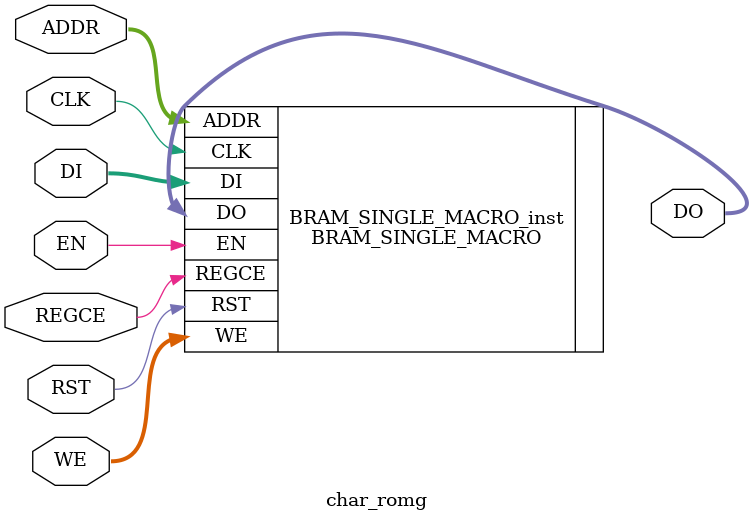
<source format=v>
`timescale 1ns / 1ps


module char_romg(
   output [15:0] DO,     // Output data, width defined by READ_WIDTH parameter
   input [10:0] ADDR,   // Input address, width defined by read/write port depth
   input CLK,           // 1-bit input clock
   input [15:0] DI,      // Input data port, width defined by WRITE_WIDTH parameter
   input EN,            // 1-bit input RAM enable
   input REGCE,         // 1-bit input output register enable
   input RST,           // 1-bit input reset
   input [1:0] WE             // Input write enable, width defined by write port depth
   );
    
// BRAM_SINGLE_MACRO: Single Port RAM
//                    Artix-7
// Xilinx HDL Language Template, version 2016.2

/////////////////////////////////////////////////////////////////////
//  READ_WIDTH | BRAM_SIZE | READ Depth  | ADDR Width |            //
// WRITE_WIDTH |           | WRITE Depth |            |  WE Width  //
// ============|===========|=============|============|============//
//    37-72    |  "36Kb"   |      512    |    9-bit   |    8-bit   //
//    19-36    |  "36Kb"   |     1024    |   10-bit   |    4-bit   //
//    19-36    |  "18Kb"   |      512    |    9-bit   |    4-bit   //
//    10-18    |  "36Kb"   |     2048    |   11-bit   |    2-bit   //
//    10-18    |  "18Kb"   |     1024    |   10-bit   |    2-bit   //
//     5-9     |  "36Kb"   |     4096    |   12-bit   |    1-bit   //
//     5-9     |  "18Kb"   |     2048    |   11-bit   |    1-bit   //
//     3-4     |  "36Kb"   |     8192    |   13-bit   |    1-bit   //
//     3-4     |  "18Kb"   |     4096    |   12-bit   |    1-bit   //
//       2     |  "36Kb"   |    16384    |   14-bit   |    1-bit   //
//       2     |  "18Kb"   |     8192    |   13-bit   |    1-bit   //
//       1     |  "36Kb"   |    32768    |   15-bit   |    1-bit   //
//       1     |  "18Kb"   |    16384    |   14-bit   |    1-bit   //
/////////////////////////////////////////////////////////////////////

BRAM_SINGLE_MACRO #(
   .BRAM_SIZE("36Kb"), // Target BRAM, "18Kb" or "36Kb" 
   .DEVICE("7SERIES"), // Target Device: "7SERIES" 
   .DO_REG(0), // Optional output register (0 or 1)
   .INIT(9'h000000000), // Initial values on output port
   .INIT_FILE ("NONE"),
   .WRITE_WIDTH(16), // Valid values are 1-72 (37-72 only valid when BRAM_SIZE="36Kb")
   .READ_WIDTH(16),  // Valid values are 1-72 (37-72 only valid when BRAM_SIZE="36Kb")
   .SRVAL(9'h0), // Set/Reset value for port output
   .WRITE_MODE("WRITE_FIRST"), // "WRITE_FIRST", "READ_FIRST", or "NO_CHANGE" 
   .INIT_00(256'h0000000000000000000000000000000000000000000000000000000000000000),
   .INIT_01(256'h0000000000000000000000000000000000000000000000000000000000000000),
   .INIT_02(256'h0000000000000000000000000000000000000000000000000000000000000000),
   .INIT_03(256'h0000000000000000000000000000000000000000000000000000000000000000),
   .INIT_04(256'h0000000000000000000000000000000000000000000000000000000000000000),
   .INIT_05(256'h0000000000000000000000000000000000000000000000000000000000000000),
   .INIT_06(256'h0000000000000000000000000000000000000000000000000000000000000000),
   .INIT_07(256'h0000000000000000000000000000000000000000000000000000000000000000),
   .INIT_08(256'h0000000000000000000000000000000000000000000000000000000000000000),
   .INIT_09(256'h0000000000000000000000000000000000000000000000000000000000000000),
   .INIT_0A(256'h0000000000000000000000000000000000000000000000000000000000000000),
   .INIT_0B(256'h0000000000000000000000000000000000000000000000000000000000000000),
   .INIT_0C(256'h0000000000000000000000000000000000000000000000000000000000000000),
   .INIT_0D(256'h0000000000000000000000000000000000000000000000000000000000000000),
   .INIT_0E(256'h0000000000000000000000000000000000000000000000000000000000000000),
   .INIT_0F(256'h0000000000000000000000000000000000000000000000000000000000000000),
   .INIT_10(256'h0000000000000000000000000000000000000000000000000000000000000000),
   .INIT_11(256'h0000000000000000000000000000000000000000000000000000000000000000),
   .INIT_12(256'h0000000000000000000000000000000000000000000000000000000000000000),
   .INIT_13(256'h0000000000000000000000000000000000000000000000000000000000000000),
   .INIT_14(256'h0000000000000000000000000000000000000000000000000000000000000000),
   .INIT_15(256'h0000000000000000000000000000000000000000000000000000000000000000),
   .INIT_16(256'h0000000000000000000000000000000000000000000000000000000000000000),
   .INIT_17(256'h0000000000000000000000000000000000000000000000000000000000000000),
   .INIT_18(256'h0000000000000000000000000000000000000000000000000000000000000000),
   .INIT_19(256'h0000000000000000000000000000000000000000000000000000000000000000),
   .INIT_1A(256'h0000000000000000000000000000000000000000000000000000000000000000),
   .INIT_1B(256'h0000000000000000000000000000000000000000000000000000000000000000),
   .INIT_1C(256'h0000000000000000000000000000000000000000000000000000000000000000),
   .INIT_1D(256'h0000000000000000000000000000000000000000000000000000000000000000),
   .INIT_1E(256'h0000000000000000000000000000000000000000000000000000000000000000),
   .INIT_1F(256'h0000000000000000000000000000000000000000000000000000000000000000),
   .INIT_20(256'h0000000000000000000000000000000000000000000000000000000000000000),
   .INIT_21(256'h0000000003000300030003000300030003000300030000000300030000000000),
   .INIT_22(256'h0000000006600660066006600000000000000000000000000000000000000000),
   .INIT_23(256'h000000000360036006C03FF03FF006C00D803FF03FF00D801B001B0000000000),
   .INIT_24(256'h00000100038007C00D600D000F00078003C001E00D600D6007C0038001000000),
   .INIT_25(256'h000000003C1866306630666066C03CC0019E01B30333033306330C1E00000000),
   .INIT_26(256'h0000000007C00FE00C600C6007C007800D9019D818F018780FFC078800000000),
   .INIT_27(256'h0000000001800180018001800000000000000000000000000000000000000000),
   .INIT_28(256'h0000018003000300060006000600060006000600060003000300018000000000),
   .INIT_29(256'h0000060003000300018001800180018001800180018003000300060000000000),
   .INIT_2A(256'h00000000000000000380038033983FF807C007C00EE01C700440000000000000),
   .INIT_2B(256'h0000000000000000000000C000C000C007F807F800C000C000C0000000000000),
   .INIT_2C(256'h0000000000000000000000000000000000000000030003000100010002000000),
   .INIT_2D(256'h0000000000000000000000000000000003E003E0000000000000000000000000),
   .INIT_2E(256'h0000000000000000000000000000000000000000000003000300000000000000),
   .INIT_2F(256'h000000000060006000C000C000C000C001800180018001800300030000000000),
   .INIT_30(256'h0000000003C007E00E700C300C300C300C300C300C300E7007E003C000000000),
   .INIT_31(256'h000000000180038007800D800980018001800180018001800180018000000000),
   .INIT_32(256'h0000000003C007E00E300C300030006000E001C0038006000FF00FF000000000),
   .INIT_33(256'h0000000003E007F00E30003001E001E0007000300C300E7007E003C000000000),
   .INIT_34(256'h00000000006000E000E001E00360036006600C600FF00FF00060006000000000),
   .INIT_35(256'h0000000007E007E006000C000FC00FE00C7000300C300E7007E003C000000000),
   .INIT_36(256'h0000000003E007F006300C000DC00FE00E700C300C30063007E003C000000000),
   .INIT_37(256'h000000000FF00FF0006000C000C0018001800180038003000300030000000000),
   .INIT_38(256'h0000000003C007E00C300C300C3007E007E00C300C300C3007E003C000000000),
   .INIT_39(256'h0000000003C007E00C600C300C300E7007F003B000300C600FE007C000000000),
   .INIT_3A(256'h0000000000000180018000000000000000000000018001800000000000000000),
   .INIT_3B(256'h0000000000000180018000000000000000000000018001800080008001000000),
   .INIT_3C(256'h0000000000000000002000E003C00F001C000F0003C000E00020000000000000),
   .INIT_3D(256'h00000000000000001FF01FF0000000001FF01FF0000000000000000000000000),
   .INIT_3E(256'h000000000000000008000E00078001E0007001E007800E000800000000000000),
   .INIT_3F(256'h0000000003C007E00E300C30007000E001C00180018000000180018000000000),
   .INIT_40(256'h000007C00C30137817E82CC82CC82CC82FD026E01008081007E0000000000000),
   .INIT_41(256'h000000000380038006C006C006C00C600C600FE01FF018301830301800000000),
   .INIT_42(256'h000000001FE01FF01830183018301FE01FF01818181818181FF01FE000000000),
   .INIT_43(256'h0000000003E00FF00C381C1018001800180018001C100C380FF003E000000000),
   .INIT_44(256'h000000001FC01FF0183018181818181818181818181818301FF01FC000000000),
   .INIT_45(256'h000000000FF80FF80C000C000C000FF80FF80C000C000C000FF80FF800000000),
   .INIT_46(256'h000000000FF00FF00C000C000C000FE00FE00C000C000C000C000C0000000000),
   .INIT_47(256'h0000000007E01FF0183838103000300030F830F8381818381FF807E000000000),
   .INIT_48(256'h00000000181818181818181818181FF81FF81818181818181818181800000000),
   .INIT_49(256'h0000000001800180018001800180018001800180018001800180018000000000),
   .INIT_4A(256'h00000000003000300030003000300030003000300C300E7007E003C000000000),
   .INIT_4B(256'h0000000018181830186018C019801BC01EC01C60187018301818181800000000),
   .INIT_4C(256'h000000000C000C000C000C000C000C000C000C000C000C000FF00FF000000000),
   .INIT_4D(256'h00000000383838383C783C78345836D836D836D8339833983398311800000000),
   .INIT_4E(256'h0000000018181C181E181E181B181998199818D8187818781838181800000000),
   .INIT_4F(256'h0000000007C01FF0183030183018301830183018301818301FF007C000000000),
   .INIT_50(256'h000000000FE00FF00C380C180C380FF00FE00C000C000C000C000C0000000000),
   .INIT_51(256'h0000000007C01FF018303018301830183018301831B818F01FF007B000180000),
   .INIT_52(256'h000000001FE01FF01838181818381FF01FC018E0187018301838181C00000000),
   .INIT_53(256'h0000000003E007F00E380C180F0007E001F000380C180E3807F003E000000000),
   .INIT_54(256'h000000001FF81FF8018001800180018001800180018001800180018000000000),
   .INIT_55(256'h000000001818181818181818181818181818181818181C380FF007E000000000),
   .INIT_56(256'h0000000030181830183018300C600C600EE006C006C003800380038000000000),
   .INIT_57(256'h0000000031C631C631C61B6C1B6C1B6C1B6C1B6C0E380E380E380E3800000000),
   .INIT_58(256'h0000000018301C700C6006C007C00380038007C006C00C601C70183000000000),
   .INIT_59(256'h0000000018181C380C300660066003C001800180018001800180018000000000),
   .INIT_5A(256'h0000000007F807F80030006000E000C001800380030006000FF80FF800000000),
   .INIT_5B(256'h000003C003C0030003000300030003000300030003000300030003C003C00000),
   .INIT_5C(256'h0000000003000300018001800180018000C000C000C000C00060006000000000),
   .INIT_5D(256'h000003C003C000C000C000C000C000C000C000C000C000C000C003C003C00000),
   .INIT_5E(256'h0000018003C003C00660066006600C3000000000000000000000000000000000),
   .INIT_5F(256'h0000000000000000000000000000000000000000000000000000FFFFFFFF0000),
   .INIT_60(256'h00000000018000C0000000000000000000000000000000000000000000000000),
   .INIT_61(256'h000000000000000007C00FE00C6001E007E00E600C600FE007B0000000000000),
   .INIT_62(256'h00000C000C000C000DC00FE00E700C300C300C300E700FE00DC0000000000000),
   .INIT_63(256'h000000000000000003C007E00E600C000C000C000E6007E003C0000000000000),
   .INIT_64(256'h000000300030003003B007F00E700C300C300C300E7007F003B0000000000000),
   .INIT_65(256'h0000000000000000038007C00C600FE00FE00C000E6007C00380000000000000),
   .INIT_66(256'h000003C007C006000F800F800600060006000600060006000600000000000000),
   .INIT_67(256'h00000000000007600FE01CE01860186018601CE00FE0076018601FE00FC00000),
   .INIT_68(256'h00000C000C000C000DE00FF00E300C300C300C300C300C300C30000000000000),
   .INIT_69(256'h0000000001800180000001800180018001800180018001800180000000000000),
   .INIT_6A(256'h0000000001800180000001800180018001800180018001800180018007800700),
   .INIT_6B(256'h00000C000C000C000C600CC00D800F800FC00EC00CC00C600C60000000000000),
   .INIT_6C(256'h0000018001800180018001800180018001800180018001800180000000000000),
   .INIT_6D(256'h000000000000000037383FFC39CC318C318C318C318C318C318C000000000000),
   .INIT_6E(256'h00000000000000000DE00FF00E300C300C300C300C300C300C30000000000000),
   .INIT_6F(256'h000000000000000003C007E00E700C300C300C300E7007E003C0000000000000),
   .INIT_70(256'h00000000000000000DC00FE00E700C300C300C300E700FE00DC00C000C000C00),
   .INIT_71(256'h000000000000000003B007F00E700C300C300C300E7007F003B0003000300030),
   .INIT_72(256'h0000000000000000037003F00380030003000300030003000300000000000000),
   .INIT_73(256'h000000000000000007C00FE00C600F0007C000E00C600FE007C0000000000000),
   .INIT_74(256'h000001000300030007C007C00300030003000300030003C001C0000000000000),
   .INIT_75(256'h00000000000000000C300C300C300C300C300C300C700FF007B0000000000000),
   .INIT_76(256'h000000000000000006300630063003600360036001C001C001C0000000000000),
   .INIT_77(256'h000000000000000031C631C619CC1B6C1B6C1B6C0E380E380E38000000000000),
   .INIT_78(256'h000000000000000006300770036001C001C001C0036007700630000000000000),
   .INIT_79(256'h00000000000000000C180C18063006300360036003E001C001C0018007800700),
   .INIT_7A(256'h000000000000000003F803F80030007000E001C0018003F803F8000000000000),
   .INIT_7B(256'h01C003C003000300030003000E000E000300030003000300030003C001C00000),
   .INIT_7C(256'h0180018001800180018001800180018001800180018001800180018001800180),
   .INIT_7D(256'h038003C000C000C000C000C00070007000C000C000C000C000C003C003800000),
   .INIT_7E(256'h0000000007880FF808F000000000000000000000000000000000000000000000),
   .INIT_7F(256'h0000000000000000000000000000000000000000000000000000000000000000),
   
   // The next set of INITP_xx are for the parity bits
   .INITP_00(256'h0000000000000000000000000000000000000000000000000000000000000000),
   .INITP_01(256'h0000000000000000000000000000000000000000000000000000000000000000),
   .INITP_02(256'h0000000000000000000000000000000000000000000000000000000000000000),
   .INITP_03(256'h0000000000000000000000000000000000000000000000000000000000000000),
   .INITP_04(256'h0000000000000000000000000000000000000000000000000000000000000000),
   .INITP_05(256'h0000000000000000000000000000000000000000000000000000000000000000),
   .INITP_06(256'h0000000000000000000000000000000000000000000000000000000000000000),
   .INITP_07(256'h0000000000000000000000000000000000000000000000000000000000000000),
   
   // The next set of INIT_xx are valid when configured as 36Kb
   .INITP_08(256'h0000000000000000000000000000000000000000000000000000000000000000),
   .INITP_09(256'h0000000000000000000000000000000000000000000000000000000000000000),
   .INITP_0A(256'h0000000000000000000000000000000000000000000000000000000000000000),
   .INITP_0B(256'h0000000000000000000000000000000000000000000000000000000000000000),
   .INITP_0C(256'h0000000000000000000000000000000000000000000000000000000000000000),
   .INITP_0D(256'h0000000000000000000000000000000000000000000000000000000000000000),
   .INITP_0E(256'h0000000000000000000000000000000000000000000000000000000000000000),
   .INITP_0F(256'h0000000000000000000000000000000000000000000000000000000000000000)
) BRAM_SINGLE_MACRO_inst (
   .DO(DO),       // Output data, width defined by READ_WIDTH parameter
   .ADDR(ADDR),   // Input address, width defined by read/write port depth
   .CLK(CLK),     // 1-bit input clock
   .DI(DI),       // Input data port, width defined by WRITE_WIDTH parameter
   .EN(EN),       // 1-bit input RAM enable
   .REGCE(REGCE), // 1-bit input output register enable
   .RST(RST),     // 1-bit input reset
   .WE(WE)        // Input write enable, width defined by write port depth
);

// End of BRAM_SINGLE_MACRO_inst instantiation
                

endmodule




</source>
